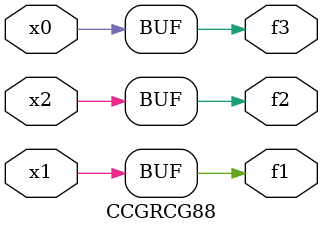
<source format=v>
module CCGRCG88(
	input x0, x1, x2,
	output f1, f2, f3
);
	assign f1 = x1;
	assign f2 = x2;
	assign f3 = x0;
endmodule

</source>
